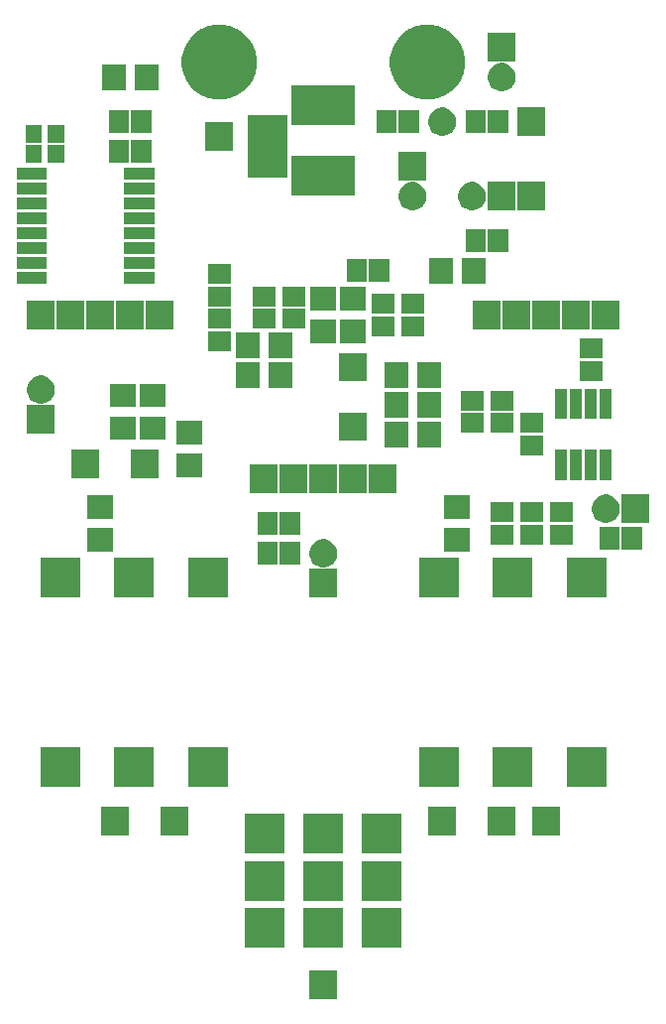
<source format=gbr>
G04 #@! TF.GenerationSoftware,KiCad,Pcbnew,5.1.6-c6e7f7d~87~ubuntu19.10.1*
G04 #@! TF.CreationDate,2021-07-29T07:02:15+06:00*
G04 #@! TF.ProjectId,deep_blue_delay_r3b,64656570-5f62-46c7-9565-5f64656c6179,3B*
G04 #@! TF.SameCoordinates,Original*
G04 #@! TF.FileFunction,Soldermask,Bot*
G04 #@! TF.FilePolarity,Negative*
%FSLAX46Y46*%
G04 Gerber Fmt 4.6, Leading zero omitted, Abs format (unit mm)*
G04 Created by KiCad (PCBNEW 5.1.6-c6e7f7d~87~ubuntu19.10.1) date 2021-07-29 07:02:15*
%MOMM*%
%LPD*%
G01*
G04 APERTURE LIST*
%ADD10C,0.100000*%
G04 APERTURE END LIST*
D10*
G36*
X106610000Y-177730000D02*
G01*
X104210000Y-177730000D01*
X104210000Y-175330000D01*
X106610000Y-175330000D01*
X106610000Y-177730000D01*
G37*
G36*
X112110000Y-173340000D02*
G01*
X108710000Y-173340000D01*
X108710000Y-169940000D01*
X112110000Y-169940000D01*
X112110000Y-173340000D01*
G37*
G36*
X107110000Y-173340000D02*
G01*
X103710000Y-173340000D01*
X103710000Y-169940000D01*
X107110000Y-169940000D01*
X107110000Y-173340000D01*
G37*
G36*
X102110000Y-173340000D02*
G01*
X98710000Y-173340000D01*
X98710000Y-169940000D01*
X102110000Y-169940000D01*
X102110000Y-173340000D01*
G37*
G36*
X102110000Y-169340000D02*
G01*
X98710000Y-169340000D01*
X98710000Y-165940000D01*
X102110000Y-165940000D01*
X102110000Y-169340000D01*
G37*
G36*
X112110000Y-169340000D02*
G01*
X108710000Y-169340000D01*
X108710000Y-165940000D01*
X112110000Y-165940000D01*
X112110000Y-169340000D01*
G37*
G36*
X107110000Y-169340000D02*
G01*
X103710000Y-169340000D01*
X103710000Y-165940000D01*
X107110000Y-165940000D01*
X107110000Y-169340000D01*
G37*
G36*
X112110000Y-165340000D02*
G01*
X108710000Y-165340000D01*
X108710000Y-161940000D01*
X112110000Y-161940000D01*
X112110000Y-165340000D01*
G37*
G36*
X102110000Y-165340000D02*
G01*
X98710000Y-165340000D01*
X98710000Y-161940000D01*
X102110000Y-161940000D01*
X102110000Y-165340000D01*
G37*
G36*
X107110000Y-165340000D02*
G01*
X103710000Y-165340000D01*
X103710000Y-161940000D01*
X107110000Y-161940000D01*
X107110000Y-165340000D01*
G37*
G36*
X121850000Y-163760000D02*
G01*
X119450000Y-163760000D01*
X119450000Y-161360000D01*
X121850000Y-161360000D01*
X121850000Y-163760000D01*
G37*
G36*
X116770000Y-163760000D02*
G01*
X114370000Y-163760000D01*
X114370000Y-161360000D01*
X116770000Y-161360000D01*
X116770000Y-163760000D01*
G37*
G36*
X88830000Y-163760000D02*
G01*
X86430000Y-163760000D01*
X86430000Y-161360000D01*
X88830000Y-161360000D01*
X88830000Y-163760000D01*
G37*
G36*
X93910000Y-163760000D02*
G01*
X91510000Y-163760000D01*
X91510000Y-161360000D01*
X93910000Y-161360000D01*
X93910000Y-163760000D01*
G37*
G36*
X125660000Y-163760000D02*
G01*
X123260000Y-163760000D01*
X123260000Y-161360000D01*
X125660000Y-161360000D01*
X125660000Y-163760000D01*
G37*
G36*
X129580000Y-159660000D02*
G01*
X126180000Y-159660000D01*
X126180000Y-156260000D01*
X129580000Y-156260000D01*
X129580000Y-159660000D01*
G37*
G36*
X97240000Y-159660000D02*
G01*
X93840000Y-159660000D01*
X93840000Y-156260000D01*
X97240000Y-156260000D01*
X97240000Y-159660000D01*
G37*
G36*
X90940000Y-159660000D02*
G01*
X87540000Y-159660000D01*
X87540000Y-156260000D01*
X90940000Y-156260000D01*
X90940000Y-159660000D01*
G37*
G36*
X84640000Y-159660000D02*
G01*
X81240000Y-159660000D01*
X81240000Y-156260000D01*
X84640000Y-156260000D01*
X84640000Y-159660000D01*
G37*
G36*
X116980000Y-159660000D02*
G01*
X113580000Y-159660000D01*
X113580000Y-156260000D01*
X116980000Y-156260000D01*
X116980000Y-159660000D01*
G37*
G36*
X123280000Y-159660000D02*
G01*
X119880000Y-159660000D01*
X119880000Y-156260000D01*
X123280000Y-156260000D01*
X123280000Y-159660000D01*
G37*
G36*
X129580000Y-143460000D02*
G01*
X126180000Y-143460000D01*
X126180000Y-140060000D01*
X129580000Y-140060000D01*
X129580000Y-143460000D01*
G37*
G36*
X123280000Y-143460000D02*
G01*
X119880000Y-143460000D01*
X119880000Y-140060000D01*
X123280000Y-140060000D01*
X123280000Y-143460000D01*
G37*
G36*
X116980000Y-143460000D02*
G01*
X113580000Y-143460000D01*
X113580000Y-140060000D01*
X116980000Y-140060000D01*
X116980000Y-143460000D01*
G37*
G36*
X90940000Y-143460000D02*
G01*
X87540000Y-143460000D01*
X87540000Y-140060000D01*
X90940000Y-140060000D01*
X90940000Y-143460000D01*
G37*
G36*
X97240000Y-143460000D02*
G01*
X93840000Y-143460000D01*
X93840000Y-140060000D01*
X97240000Y-140060000D01*
X97240000Y-143460000D01*
G37*
G36*
X84640000Y-143460000D02*
G01*
X81240000Y-143460000D01*
X81240000Y-140060000D01*
X84640000Y-140060000D01*
X84640000Y-143460000D01*
G37*
G36*
X106610000Y-143440000D02*
G01*
X104210000Y-143440000D01*
X104210000Y-141040000D01*
X106610000Y-141040000D01*
X106610000Y-143440000D01*
G37*
G36*
X105760025Y-138546115D02*
G01*
X105760028Y-138546116D01*
X105760027Y-138546116D01*
X105978413Y-138636574D01*
X106174955Y-138767899D01*
X106342101Y-138935045D01*
X106358775Y-138960000D01*
X106473427Y-139131589D01*
X106563885Y-139349975D01*
X106610000Y-139581809D01*
X106610000Y-139818191D01*
X106563885Y-140050025D01*
X106563884Y-140050027D01*
X106473426Y-140268413D01*
X106342101Y-140464955D01*
X106174955Y-140632101D01*
X105978413Y-140763426D01*
X105978412Y-140763427D01*
X105978411Y-140763427D01*
X105760025Y-140853885D01*
X105528191Y-140900000D01*
X105291809Y-140900000D01*
X105059975Y-140853885D01*
X104841589Y-140763427D01*
X104841588Y-140763427D01*
X104841587Y-140763426D01*
X104645045Y-140632101D01*
X104477899Y-140464955D01*
X104346574Y-140268413D01*
X104256116Y-140050027D01*
X104256115Y-140050025D01*
X104210000Y-139818191D01*
X104210000Y-139581809D01*
X104256115Y-139349975D01*
X104346573Y-139131589D01*
X104461225Y-138960000D01*
X104477899Y-138935045D01*
X104645045Y-138767899D01*
X104841587Y-138636574D01*
X105059973Y-138546116D01*
X105059972Y-138546116D01*
X105059975Y-138546115D01*
X105291809Y-138500000D01*
X105528191Y-138500000D01*
X105760025Y-138546115D01*
G37*
G36*
X101500000Y-140650000D02*
G01*
X99800000Y-140650000D01*
X99800000Y-138750000D01*
X101500000Y-138750000D01*
X101500000Y-140650000D01*
G37*
G36*
X103400000Y-140650000D02*
G01*
X101700000Y-140650000D01*
X101700000Y-138750000D01*
X103400000Y-138750000D01*
X103400000Y-140650000D01*
G37*
G36*
X117940000Y-139560000D02*
G01*
X115740000Y-139560000D01*
X115740000Y-137560000D01*
X117940000Y-137560000D01*
X117940000Y-139560000D01*
G37*
G36*
X87460000Y-139560000D02*
G01*
X85260000Y-139560000D01*
X85260000Y-137560000D01*
X87460000Y-137560000D01*
X87460000Y-139560000D01*
G37*
G36*
X130710000Y-139380000D02*
G01*
X129010000Y-139380000D01*
X129010000Y-137480000D01*
X130710000Y-137480000D01*
X130710000Y-139380000D01*
G37*
G36*
X132610000Y-139380000D02*
G01*
X130910000Y-139380000D01*
X130910000Y-137480000D01*
X132610000Y-137480000D01*
X132610000Y-139380000D01*
G37*
G36*
X121600000Y-138960000D02*
G01*
X119700000Y-138960000D01*
X119700000Y-137260000D01*
X121600000Y-137260000D01*
X121600000Y-138960000D01*
G37*
G36*
X126680000Y-138960000D02*
G01*
X124780000Y-138960000D01*
X124780000Y-137260000D01*
X126680000Y-137260000D01*
X126680000Y-138960000D01*
G37*
G36*
X124140000Y-138960000D02*
G01*
X122240000Y-138960000D01*
X122240000Y-137260000D01*
X124140000Y-137260000D01*
X124140000Y-138960000D01*
G37*
G36*
X103400000Y-138110000D02*
G01*
X101700000Y-138110000D01*
X101700000Y-136210000D01*
X103400000Y-136210000D01*
X103400000Y-138110000D01*
G37*
G36*
X101500000Y-138110000D02*
G01*
X99800000Y-138110000D01*
X99800000Y-136210000D01*
X101500000Y-136210000D01*
X101500000Y-138110000D01*
G37*
G36*
X133280000Y-137090000D02*
G01*
X130880000Y-137090000D01*
X130880000Y-134690000D01*
X133280000Y-134690000D01*
X133280000Y-137090000D01*
G37*
G36*
X129890025Y-134736115D02*
G01*
X130108411Y-134826573D01*
X130108413Y-134826574D01*
X130304955Y-134957899D01*
X130472101Y-135125045D01*
X130603426Y-135321587D01*
X130603427Y-135321589D01*
X130693885Y-135539975D01*
X130740000Y-135771809D01*
X130740000Y-136008191D01*
X130693885Y-136240025D01*
X130693884Y-136240027D01*
X130603426Y-136458413D01*
X130472101Y-136654955D01*
X130304955Y-136822101D01*
X130108413Y-136953426D01*
X130108412Y-136953427D01*
X130108411Y-136953427D01*
X129890025Y-137043885D01*
X129658191Y-137090000D01*
X129421809Y-137090000D01*
X129189975Y-137043885D01*
X128971589Y-136953427D01*
X128971588Y-136953427D01*
X128971587Y-136953426D01*
X128775045Y-136822101D01*
X128607899Y-136654955D01*
X128476574Y-136458413D01*
X128386116Y-136240027D01*
X128386115Y-136240025D01*
X128340000Y-136008191D01*
X128340000Y-135771809D01*
X128386115Y-135539975D01*
X128476573Y-135321589D01*
X128476574Y-135321587D01*
X128607899Y-135125045D01*
X128775045Y-134957899D01*
X128971587Y-134826574D01*
X128971589Y-134826573D01*
X129189975Y-134736115D01*
X129421809Y-134690000D01*
X129658191Y-134690000D01*
X129890025Y-134736115D01*
G37*
G36*
X121600000Y-137060000D02*
G01*
X119700000Y-137060000D01*
X119700000Y-135360000D01*
X121600000Y-135360000D01*
X121600000Y-137060000D01*
G37*
G36*
X124140000Y-137060000D02*
G01*
X122240000Y-137060000D01*
X122240000Y-135360000D01*
X124140000Y-135360000D01*
X124140000Y-137060000D01*
G37*
G36*
X126680000Y-137060000D02*
G01*
X124780000Y-137060000D01*
X124780000Y-135360000D01*
X126680000Y-135360000D01*
X126680000Y-137060000D01*
G37*
G36*
X117940000Y-136760000D02*
G01*
X115740000Y-136760000D01*
X115740000Y-134760000D01*
X117940000Y-134760000D01*
X117940000Y-136760000D01*
G37*
G36*
X87460000Y-136760000D02*
G01*
X85260000Y-136760000D01*
X85260000Y-134760000D01*
X87460000Y-134760000D01*
X87460000Y-136760000D01*
G37*
G36*
X104070000Y-134550000D02*
G01*
X101670000Y-134550000D01*
X101670000Y-132150000D01*
X104070000Y-132150000D01*
X104070000Y-134550000D01*
G37*
G36*
X101530000Y-134550000D02*
G01*
X99130000Y-134550000D01*
X99130000Y-132150000D01*
X101530000Y-132150000D01*
X101530000Y-134550000D01*
G37*
G36*
X106610000Y-134550000D02*
G01*
X104210000Y-134550000D01*
X104210000Y-132150000D01*
X106610000Y-132150000D01*
X106610000Y-134550000D01*
G37*
G36*
X109150000Y-134550000D02*
G01*
X106750000Y-134550000D01*
X106750000Y-132150000D01*
X109150000Y-132150000D01*
X109150000Y-134550000D01*
G37*
G36*
X111690000Y-134550000D02*
G01*
X109290000Y-134550000D01*
X109290000Y-132150000D01*
X111690000Y-132150000D01*
X111690000Y-134550000D01*
G37*
G36*
X130040000Y-133440000D02*
G01*
X129040000Y-133440000D01*
X129040000Y-130840000D01*
X130040000Y-130840000D01*
X130040000Y-133440000D01*
G37*
G36*
X128770000Y-133440000D02*
G01*
X127770000Y-133440000D01*
X127770000Y-130840000D01*
X128770000Y-130840000D01*
X128770000Y-133440000D01*
G37*
G36*
X127500000Y-133440000D02*
G01*
X126500000Y-133440000D01*
X126500000Y-130840000D01*
X127500000Y-130840000D01*
X127500000Y-133440000D01*
G37*
G36*
X126230000Y-133440000D02*
G01*
X125230000Y-133440000D01*
X125230000Y-130840000D01*
X126230000Y-130840000D01*
X126230000Y-133440000D01*
G37*
G36*
X86290000Y-133280000D02*
G01*
X83890000Y-133280000D01*
X83890000Y-130880000D01*
X86290000Y-130880000D01*
X86290000Y-133280000D01*
G37*
G36*
X91370000Y-133280000D02*
G01*
X88970000Y-133280000D01*
X88970000Y-130880000D01*
X91370000Y-130880000D01*
X91370000Y-133280000D01*
G37*
G36*
X95080000Y-133210000D02*
G01*
X92880000Y-133210000D01*
X92880000Y-131210000D01*
X95080000Y-131210000D01*
X95080000Y-133210000D01*
G37*
G36*
X124140000Y-131340000D02*
G01*
X122240000Y-131340000D01*
X122240000Y-129640000D01*
X124140000Y-129640000D01*
X124140000Y-131340000D01*
G37*
G36*
X115430000Y-130640000D02*
G01*
X113430000Y-130640000D01*
X113430000Y-128440000D01*
X115430000Y-128440000D01*
X115430000Y-130640000D01*
G37*
G36*
X112630000Y-130640000D02*
G01*
X110630000Y-130640000D01*
X110630000Y-128440000D01*
X112630000Y-128440000D01*
X112630000Y-130640000D01*
G37*
G36*
X95080000Y-130410000D02*
G01*
X92880000Y-130410000D01*
X92880000Y-128410000D01*
X95080000Y-128410000D01*
X95080000Y-130410000D01*
G37*
G36*
X109150000Y-130105000D02*
G01*
X106750000Y-130105000D01*
X106750000Y-127705000D01*
X109150000Y-127705000D01*
X109150000Y-130105000D01*
G37*
G36*
X89365000Y-130035000D02*
G01*
X87165000Y-130035000D01*
X87165000Y-128035000D01*
X89365000Y-128035000D01*
X89365000Y-130035000D01*
G37*
G36*
X91905000Y-130035000D02*
G01*
X89705000Y-130035000D01*
X89705000Y-128035000D01*
X91905000Y-128035000D01*
X91905000Y-130035000D01*
G37*
G36*
X82480000Y-129470000D02*
G01*
X80080000Y-129470000D01*
X80080000Y-127070000D01*
X82480000Y-127070000D01*
X82480000Y-129470000D01*
G37*
G36*
X124140000Y-129440000D02*
G01*
X122240000Y-129440000D01*
X122240000Y-127740000D01*
X124140000Y-127740000D01*
X124140000Y-129440000D01*
G37*
G36*
X121600000Y-129435000D02*
G01*
X119700000Y-129435000D01*
X119700000Y-127735000D01*
X121600000Y-127735000D01*
X121600000Y-129435000D01*
G37*
G36*
X119060000Y-129435000D02*
G01*
X117160000Y-129435000D01*
X117160000Y-127735000D01*
X119060000Y-127735000D01*
X119060000Y-129435000D01*
G37*
G36*
X128770000Y-128240000D02*
G01*
X127770000Y-128240000D01*
X127770000Y-125640000D01*
X128770000Y-125640000D01*
X128770000Y-128240000D01*
G37*
G36*
X127500000Y-128240000D02*
G01*
X126500000Y-128240000D01*
X126500000Y-125640000D01*
X127500000Y-125640000D01*
X127500000Y-128240000D01*
G37*
G36*
X130040000Y-128240000D02*
G01*
X129040000Y-128240000D01*
X129040000Y-125640000D01*
X130040000Y-125640000D01*
X130040000Y-128240000D01*
G37*
G36*
X126230000Y-128240000D02*
G01*
X125230000Y-128240000D01*
X125230000Y-125640000D01*
X126230000Y-125640000D01*
X126230000Y-128240000D01*
G37*
G36*
X115430000Y-128100000D02*
G01*
X113430000Y-128100000D01*
X113430000Y-125900000D01*
X115430000Y-125900000D01*
X115430000Y-128100000D01*
G37*
G36*
X112630000Y-128100000D02*
G01*
X110630000Y-128100000D01*
X110630000Y-125900000D01*
X112630000Y-125900000D01*
X112630000Y-128100000D01*
G37*
G36*
X121600000Y-127535000D02*
G01*
X119700000Y-127535000D01*
X119700000Y-125835000D01*
X121600000Y-125835000D01*
X121600000Y-127535000D01*
G37*
G36*
X119060000Y-127535000D02*
G01*
X117160000Y-127535000D01*
X117160000Y-125835000D01*
X119060000Y-125835000D01*
X119060000Y-127535000D01*
G37*
G36*
X89365000Y-127235000D02*
G01*
X87165000Y-127235000D01*
X87165000Y-125235000D01*
X89365000Y-125235000D01*
X89365000Y-127235000D01*
G37*
G36*
X91905000Y-127235000D02*
G01*
X89705000Y-127235000D01*
X89705000Y-125235000D01*
X91905000Y-125235000D01*
X91905000Y-127235000D01*
G37*
G36*
X81630025Y-124576115D02*
G01*
X81630028Y-124576116D01*
X81630027Y-124576116D01*
X81848413Y-124666574D01*
X82044955Y-124797899D01*
X82212101Y-124965045D01*
X82343426Y-125161587D01*
X82343427Y-125161589D01*
X82433885Y-125379975D01*
X82480000Y-125611809D01*
X82480000Y-125848191D01*
X82433885Y-126080025D01*
X82433884Y-126080027D01*
X82343426Y-126298413D01*
X82212101Y-126494955D01*
X82044955Y-126662101D01*
X81848413Y-126793426D01*
X81848412Y-126793427D01*
X81848411Y-126793427D01*
X81630025Y-126883885D01*
X81398191Y-126930000D01*
X81161809Y-126930000D01*
X80929975Y-126883885D01*
X80711589Y-126793427D01*
X80711588Y-126793427D01*
X80711587Y-126793426D01*
X80515045Y-126662101D01*
X80347899Y-126494955D01*
X80216574Y-126298413D01*
X80126116Y-126080027D01*
X80126115Y-126080025D01*
X80080000Y-125848191D01*
X80080000Y-125611809D01*
X80126115Y-125379975D01*
X80216573Y-125161589D01*
X80216574Y-125161587D01*
X80347899Y-124965045D01*
X80515045Y-124797899D01*
X80711587Y-124666574D01*
X80929973Y-124576116D01*
X80929972Y-124576116D01*
X80929975Y-124576115D01*
X81161809Y-124530000D01*
X81398191Y-124530000D01*
X81630025Y-124576115D01*
G37*
G36*
X102730000Y-125560000D02*
G01*
X100730000Y-125560000D01*
X100730000Y-123360000D01*
X102730000Y-123360000D01*
X102730000Y-125560000D01*
G37*
G36*
X99930000Y-125560000D02*
G01*
X97930000Y-125560000D01*
X97930000Y-123360000D01*
X99930000Y-123360000D01*
X99930000Y-125560000D01*
G37*
G36*
X115430000Y-125560000D02*
G01*
X113430000Y-125560000D01*
X113430000Y-123360000D01*
X115430000Y-123360000D01*
X115430000Y-125560000D01*
G37*
G36*
X112630000Y-125560000D02*
G01*
X110630000Y-125560000D01*
X110630000Y-123360000D01*
X112630000Y-123360000D01*
X112630000Y-125560000D01*
G37*
G36*
X109150000Y-125025000D02*
G01*
X106750000Y-125025000D01*
X106750000Y-122625000D01*
X109150000Y-122625000D01*
X109150000Y-125025000D01*
G37*
G36*
X129220000Y-124990000D02*
G01*
X127320000Y-124990000D01*
X127320000Y-123290000D01*
X129220000Y-123290000D01*
X129220000Y-124990000D01*
G37*
G36*
X129220000Y-123090000D02*
G01*
X127320000Y-123090000D01*
X127320000Y-121390000D01*
X129220000Y-121390000D01*
X129220000Y-123090000D01*
G37*
G36*
X102730000Y-123020000D02*
G01*
X100730000Y-123020000D01*
X100730000Y-120820000D01*
X102730000Y-120820000D01*
X102730000Y-123020000D01*
G37*
G36*
X99930000Y-123020000D02*
G01*
X97930000Y-123020000D01*
X97930000Y-120820000D01*
X99930000Y-120820000D01*
X99930000Y-123020000D01*
G37*
G36*
X97470000Y-122450000D02*
G01*
X95570000Y-122450000D01*
X95570000Y-120750000D01*
X97470000Y-120750000D01*
X97470000Y-122450000D01*
G37*
G36*
X109050000Y-121780000D02*
G01*
X106850000Y-121780000D01*
X106850000Y-119780000D01*
X109050000Y-119780000D01*
X109050000Y-121780000D01*
G37*
G36*
X106510000Y-121780000D02*
G01*
X104310000Y-121780000D01*
X104310000Y-119780000D01*
X106510000Y-119780000D01*
X106510000Y-121780000D01*
G37*
G36*
X113980000Y-121180000D02*
G01*
X112080000Y-121180000D01*
X112080000Y-119480000D01*
X113980000Y-119480000D01*
X113980000Y-121180000D01*
G37*
G36*
X111440000Y-121180000D02*
G01*
X109540000Y-121180000D01*
X109540000Y-119480000D01*
X111440000Y-119480000D01*
X111440000Y-121180000D01*
G37*
G36*
X123120000Y-120580000D02*
G01*
X120720000Y-120580000D01*
X120720000Y-118180000D01*
X123120000Y-118180000D01*
X123120000Y-120580000D01*
G37*
G36*
X90100000Y-120580000D02*
G01*
X87700000Y-120580000D01*
X87700000Y-118180000D01*
X90100000Y-118180000D01*
X90100000Y-120580000D01*
G37*
G36*
X87560000Y-120580000D02*
G01*
X85160000Y-120580000D01*
X85160000Y-118180000D01*
X87560000Y-118180000D01*
X87560000Y-120580000D01*
G37*
G36*
X85020000Y-120580000D02*
G01*
X82620000Y-120580000D01*
X82620000Y-118180000D01*
X85020000Y-118180000D01*
X85020000Y-120580000D01*
G37*
G36*
X82480000Y-120580000D02*
G01*
X80080000Y-120580000D01*
X80080000Y-118180000D01*
X82480000Y-118180000D01*
X82480000Y-120580000D01*
G37*
G36*
X120580000Y-120580000D02*
G01*
X118180000Y-120580000D01*
X118180000Y-118180000D01*
X120580000Y-118180000D01*
X120580000Y-120580000D01*
G37*
G36*
X130740000Y-120580000D02*
G01*
X128340000Y-120580000D01*
X128340000Y-118180000D01*
X130740000Y-118180000D01*
X130740000Y-120580000D01*
G37*
G36*
X128200000Y-120580000D02*
G01*
X125800000Y-120580000D01*
X125800000Y-118180000D01*
X128200000Y-118180000D01*
X128200000Y-120580000D01*
G37*
G36*
X125660000Y-120580000D02*
G01*
X123260000Y-120580000D01*
X123260000Y-118180000D01*
X125660000Y-118180000D01*
X125660000Y-120580000D01*
G37*
G36*
X92640000Y-120580000D02*
G01*
X90240000Y-120580000D01*
X90240000Y-118180000D01*
X92640000Y-118180000D01*
X92640000Y-120580000D01*
G37*
G36*
X97470000Y-120550000D02*
G01*
X95570000Y-120550000D01*
X95570000Y-118850000D01*
X97470000Y-118850000D01*
X97470000Y-120550000D01*
G37*
G36*
X103820000Y-120545000D02*
G01*
X101920000Y-120545000D01*
X101920000Y-118845000D01*
X103820000Y-118845000D01*
X103820000Y-120545000D01*
G37*
G36*
X101280000Y-120545000D02*
G01*
X99380000Y-120545000D01*
X99380000Y-118845000D01*
X101280000Y-118845000D01*
X101280000Y-120545000D01*
G37*
G36*
X111440000Y-119280000D02*
G01*
X109540000Y-119280000D01*
X109540000Y-117580000D01*
X111440000Y-117580000D01*
X111440000Y-119280000D01*
G37*
G36*
X113980000Y-119280000D02*
G01*
X112080000Y-119280000D01*
X112080000Y-117580000D01*
X113980000Y-117580000D01*
X113980000Y-119280000D01*
G37*
G36*
X109050000Y-118980000D02*
G01*
X106850000Y-118980000D01*
X106850000Y-116980000D01*
X109050000Y-116980000D01*
X109050000Y-118980000D01*
G37*
G36*
X106510000Y-118980000D02*
G01*
X104310000Y-118980000D01*
X104310000Y-116980000D01*
X106510000Y-116980000D01*
X106510000Y-118980000D01*
G37*
G36*
X103820000Y-118645000D02*
G01*
X101920000Y-118645000D01*
X101920000Y-116945000D01*
X103820000Y-116945000D01*
X103820000Y-118645000D01*
G37*
G36*
X101280000Y-118645000D02*
G01*
X99380000Y-118645000D01*
X99380000Y-116945000D01*
X101280000Y-116945000D01*
X101280000Y-118645000D01*
G37*
G36*
X97470000Y-118640000D02*
G01*
X95570000Y-118640000D01*
X95570000Y-116940000D01*
X97470000Y-116940000D01*
X97470000Y-118640000D01*
G37*
G36*
X97470000Y-116740000D02*
G01*
X95570000Y-116740000D01*
X95570000Y-115040000D01*
X97470000Y-115040000D01*
X97470000Y-116740000D01*
G37*
G36*
X90990000Y-116705000D02*
G01*
X88390000Y-116705000D01*
X88390000Y-115705000D01*
X90990000Y-115705000D01*
X90990000Y-116705000D01*
G37*
G36*
X81790000Y-116705000D02*
G01*
X79190000Y-116705000D01*
X79190000Y-115705000D01*
X81790000Y-115705000D01*
X81790000Y-116705000D01*
G37*
G36*
X119240000Y-116670000D02*
G01*
X117240000Y-116670000D01*
X117240000Y-114470000D01*
X119240000Y-114470000D01*
X119240000Y-116670000D01*
G37*
G36*
X116440000Y-116670000D02*
G01*
X114440000Y-116670000D01*
X114440000Y-114470000D01*
X116440000Y-114470000D01*
X116440000Y-116670000D01*
G37*
G36*
X109120000Y-116520000D02*
G01*
X107420000Y-116520000D01*
X107420000Y-114620000D01*
X109120000Y-114620000D01*
X109120000Y-116520000D01*
G37*
G36*
X111020000Y-116520000D02*
G01*
X109320000Y-116520000D01*
X109320000Y-114620000D01*
X111020000Y-114620000D01*
X111020000Y-116520000D01*
G37*
G36*
X90990000Y-115435000D02*
G01*
X88390000Y-115435000D01*
X88390000Y-114435000D01*
X90990000Y-114435000D01*
X90990000Y-115435000D01*
G37*
G36*
X81790000Y-115435000D02*
G01*
X79190000Y-115435000D01*
X79190000Y-114435000D01*
X81790000Y-114435000D01*
X81790000Y-115435000D01*
G37*
G36*
X81790000Y-114165000D02*
G01*
X79190000Y-114165000D01*
X79190000Y-113165000D01*
X81790000Y-113165000D01*
X81790000Y-114165000D01*
G37*
G36*
X90990000Y-114165000D02*
G01*
X88390000Y-114165000D01*
X88390000Y-113165000D01*
X90990000Y-113165000D01*
X90990000Y-114165000D01*
G37*
G36*
X119280000Y-113980000D02*
G01*
X117580000Y-113980000D01*
X117580000Y-112080000D01*
X119280000Y-112080000D01*
X119280000Y-113980000D01*
G37*
G36*
X121180000Y-113980000D02*
G01*
X119480000Y-113980000D01*
X119480000Y-112080000D01*
X121180000Y-112080000D01*
X121180000Y-113980000D01*
G37*
G36*
X81790000Y-112895000D02*
G01*
X79190000Y-112895000D01*
X79190000Y-111895000D01*
X81790000Y-111895000D01*
X81790000Y-112895000D01*
G37*
G36*
X90990000Y-112895000D02*
G01*
X88390000Y-112895000D01*
X88390000Y-111895000D01*
X90990000Y-111895000D01*
X90990000Y-112895000D01*
G37*
G36*
X81790000Y-111625000D02*
G01*
X79190000Y-111625000D01*
X79190000Y-110625000D01*
X81790000Y-110625000D01*
X81790000Y-111625000D01*
G37*
G36*
X90990000Y-111625000D02*
G01*
X88390000Y-111625000D01*
X88390000Y-110625000D01*
X90990000Y-110625000D01*
X90990000Y-111625000D01*
G37*
G36*
X121850000Y-110420000D02*
G01*
X119450000Y-110420000D01*
X119450000Y-108020000D01*
X121850000Y-108020000D01*
X121850000Y-110420000D01*
G37*
G36*
X124390000Y-110420000D02*
G01*
X121990000Y-110420000D01*
X121990000Y-108020000D01*
X124390000Y-108020000D01*
X124390000Y-110420000D01*
G37*
G36*
X118460025Y-108066115D02*
G01*
X118678411Y-108156573D01*
X118678413Y-108156574D01*
X118874955Y-108287899D01*
X119042101Y-108455045D01*
X119173426Y-108651587D01*
X119173427Y-108651589D01*
X119263885Y-108869975D01*
X119310000Y-109101809D01*
X119310000Y-109338191D01*
X119263885Y-109570025D01*
X119263884Y-109570027D01*
X119173426Y-109788413D01*
X119042101Y-109984955D01*
X118874955Y-110152101D01*
X118678413Y-110283426D01*
X118678412Y-110283427D01*
X118678411Y-110283427D01*
X118460025Y-110373885D01*
X118228191Y-110420000D01*
X117991809Y-110420000D01*
X117759975Y-110373885D01*
X117541589Y-110283427D01*
X117541588Y-110283427D01*
X117541587Y-110283426D01*
X117345045Y-110152101D01*
X117177899Y-109984955D01*
X117046574Y-109788413D01*
X116956116Y-109570027D01*
X116956115Y-109570025D01*
X116910000Y-109338191D01*
X116910000Y-109101809D01*
X116956115Y-108869975D01*
X117046573Y-108651589D01*
X117046574Y-108651587D01*
X117177899Y-108455045D01*
X117345045Y-108287899D01*
X117541587Y-108156574D01*
X117541589Y-108156573D01*
X117759975Y-108066115D01*
X117991809Y-108020000D01*
X118228191Y-108020000D01*
X118460025Y-108066115D01*
G37*
G36*
X113380025Y-108066115D02*
G01*
X113598411Y-108156573D01*
X113598413Y-108156574D01*
X113794955Y-108287899D01*
X113962101Y-108455045D01*
X114093426Y-108651587D01*
X114093427Y-108651589D01*
X114183885Y-108869975D01*
X114230000Y-109101809D01*
X114230000Y-109338191D01*
X114183885Y-109570025D01*
X114183884Y-109570027D01*
X114093426Y-109788413D01*
X113962101Y-109984955D01*
X113794955Y-110152101D01*
X113598413Y-110283426D01*
X113598412Y-110283427D01*
X113598411Y-110283427D01*
X113380025Y-110373885D01*
X113148191Y-110420000D01*
X112911809Y-110420000D01*
X112679975Y-110373885D01*
X112461589Y-110283427D01*
X112461588Y-110283427D01*
X112461587Y-110283426D01*
X112265045Y-110152101D01*
X112097899Y-109984955D01*
X111966574Y-109788413D01*
X111876116Y-109570027D01*
X111876115Y-109570025D01*
X111830000Y-109338191D01*
X111830000Y-109101809D01*
X111876115Y-108869975D01*
X111966573Y-108651589D01*
X111966574Y-108651587D01*
X112097899Y-108455045D01*
X112265045Y-108287899D01*
X112461587Y-108156574D01*
X112461589Y-108156573D01*
X112679975Y-108066115D01*
X112911809Y-108020000D01*
X113148191Y-108020000D01*
X113380025Y-108066115D01*
G37*
G36*
X81790000Y-110355000D02*
G01*
X79190000Y-110355000D01*
X79190000Y-109355000D01*
X81790000Y-109355000D01*
X81790000Y-110355000D01*
G37*
G36*
X90990000Y-110355000D02*
G01*
X88390000Y-110355000D01*
X88390000Y-109355000D01*
X90990000Y-109355000D01*
X90990000Y-110355000D01*
G37*
G36*
X108110000Y-109180000D02*
G01*
X102710000Y-109180000D01*
X102710000Y-105780000D01*
X108110000Y-105780000D01*
X108110000Y-109180000D01*
G37*
G36*
X90990000Y-109085000D02*
G01*
X88390000Y-109085000D01*
X88390000Y-108085000D01*
X90990000Y-108085000D01*
X90990000Y-109085000D01*
G37*
G36*
X81790000Y-109085000D02*
G01*
X79190000Y-109085000D01*
X79190000Y-108085000D01*
X81790000Y-108085000D01*
X81790000Y-109085000D01*
G37*
G36*
X114230000Y-107880000D02*
G01*
X111830000Y-107880000D01*
X111830000Y-105480000D01*
X114230000Y-105480000D01*
X114230000Y-107880000D01*
G37*
G36*
X90990000Y-107815000D02*
G01*
X88390000Y-107815000D01*
X88390000Y-106815000D01*
X90990000Y-106815000D01*
X90990000Y-107815000D01*
G37*
G36*
X81790000Y-107815000D02*
G01*
X79190000Y-107815000D01*
X79190000Y-106815000D01*
X81790000Y-106815000D01*
X81790000Y-107815000D01*
G37*
G36*
X102310000Y-107680000D02*
G01*
X98910000Y-107680000D01*
X98910000Y-102280000D01*
X102310000Y-102280000D01*
X102310000Y-107680000D01*
G37*
G36*
X83250000Y-106375000D02*
G01*
X81850000Y-106375000D01*
X81850000Y-104875000D01*
X83250000Y-104875000D01*
X83250000Y-106375000D01*
G37*
G36*
X81345000Y-106375000D02*
G01*
X79945000Y-106375000D01*
X79945000Y-104875000D01*
X81345000Y-104875000D01*
X81345000Y-106375000D01*
G37*
G36*
X88800000Y-106360000D02*
G01*
X87100000Y-106360000D01*
X87100000Y-104460000D01*
X88800000Y-104460000D01*
X88800000Y-106360000D01*
G37*
G36*
X90700000Y-106360000D02*
G01*
X89000000Y-106360000D01*
X89000000Y-104460000D01*
X90700000Y-104460000D01*
X90700000Y-106360000D01*
G37*
G36*
X97720000Y-105340000D02*
G01*
X95320000Y-105340000D01*
X95320000Y-102940000D01*
X97720000Y-102940000D01*
X97720000Y-105340000D01*
G37*
G36*
X81345000Y-104675000D02*
G01*
X79945000Y-104675000D01*
X79945000Y-103175000D01*
X81345000Y-103175000D01*
X81345000Y-104675000D01*
G37*
G36*
X83250000Y-104675000D02*
G01*
X81850000Y-104675000D01*
X81850000Y-103175000D01*
X83250000Y-103175000D01*
X83250000Y-104675000D01*
G37*
G36*
X124390000Y-104070000D02*
G01*
X121990000Y-104070000D01*
X121990000Y-101670000D01*
X124390000Y-101670000D01*
X124390000Y-104070000D01*
G37*
G36*
X115920025Y-101716115D02*
G01*
X115920028Y-101716116D01*
X115920027Y-101716116D01*
X116138413Y-101806574D01*
X116334955Y-101937899D01*
X116502101Y-102105045D01*
X116619002Y-102280000D01*
X116633427Y-102301589D01*
X116723885Y-102519975D01*
X116770000Y-102751809D01*
X116770000Y-102988191D01*
X116723885Y-103220025D01*
X116723884Y-103220027D01*
X116633426Y-103438413D01*
X116502101Y-103634955D01*
X116334955Y-103802101D01*
X116138413Y-103933426D01*
X116138412Y-103933427D01*
X116138411Y-103933427D01*
X115920025Y-104023885D01*
X115688191Y-104070000D01*
X115451809Y-104070000D01*
X115219975Y-104023885D01*
X115001589Y-103933427D01*
X115001588Y-103933427D01*
X115001587Y-103933426D01*
X114805045Y-103802101D01*
X114637899Y-103634955D01*
X114506574Y-103438413D01*
X114416116Y-103220027D01*
X114416115Y-103220025D01*
X114370000Y-102988191D01*
X114370000Y-102751809D01*
X114416115Y-102519975D01*
X114506573Y-102301589D01*
X114520998Y-102280000D01*
X114637899Y-102105045D01*
X114805045Y-101937899D01*
X115001587Y-101806574D01*
X115219973Y-101716116D01*
X115219972Y-101716116D01*
X115219975Y-101716115D01*
X115451809Y-101670000D01*
X115688191Y-101670000D01*
X115920025Y-101716115D01*
G37*
G36*
X88800000Y-103820000D02*
G01*
X87100000Y-103820000D01*
X87100000Y-101920000D01*
X88800000Y-101920000D01*
X88800000Y-103820000D01*
G37*
G36*
X113560000Y-103820000D02*
G01*
X111860000Y-103820000D01*
X111860000Y-101920000D01*
X113560000Y-101920000D01*
X113560000Y-103820000D01*
G37*
G36*
X119280000Y-103820000D02*
G01*
X117580000Y-103820000D01*
X117580000Y-101920000D01*
X119280000Y-101920000D01*
X119280000Y-103820000D01*
G37*
G36*
X121180000Y-103820000D02*
G01*
X119480000Y-103820000D01*
X119480000Y-101920000D01*
X121180000Y-101920000D01*
X121180000Y-103820000D01*
G37*
G36*
X111660000Y-103820000D02*
G01*
X109960000Y-103820000D01*
X109960000Y-101920000D01*
X111660000Y-101920000D01*
X111660000Y-103820000D01*
G37*
G36*
X90700000Y-103820000D02*
G01*
X89000000Y-103820000D01*
X89000000Y-101920000D01*
X90700000Y-101920000D01*
X90700000Y-103820000D01*
G37*
G36*
X108110000Y-103180000D02*
G01*
X102710000Y-103180000D01*
X102710000Y-99780000D01*
X108110000Y-99780000D01*
X108110000Y-103180000D01*
G37*
G36*
X115233404Y-94712974D02*
G01*
X115574545Y-94854279D01*
X115815768Y-94954197D01*
X116339881Y-95304398D01*
X116785602Y-95750119D01*
X117135803Y-96274232D01*
X117135803Y-96274233D01*
X117377026Y-96856596D01*
X117500000Y-97474826D01*
X117500000Y-98105174D01*
X117377026Y-98723404D01*
X117286559Y-98941810D01*
X117135803Y-99305768D01*
X116785602Y-99829881D01*
X116339881Y-100275602D01*
X115815768Y-100625803D01*
X115574545Y-100725721D01*
X115233404Y-100867026D01*
X114615174Y-100990000D01*
X113984826Y-100990000D01*
X113366596Y-100867026D01*
X113025455Y-100725721D01*
X112784232Y-100625803D01*
X112260119Y-100275602D01*
X111814398Y-99829881D01*
X111464197Y-99305768D01*
X111313441Y-98941810D01*
X111222974Y-98723404D01*
X111100000Y-98105174D01*
X111100000Y-97474826D01*
X111222974Y-96856596D01*
X111464197Y-96274233D01*
X111464197Y-96274232D01*
X111814398Y-95750119D01*
X112260119Y-95304398D01*
X112784232Y-94954197D01*
X113025455Y-94854279D01*
X113366596Y-94712974D01*
X113984826Y-94590000D01*
X114615174Y-94590000D01*
X115233404Y-94712974D01*
G37*
G36*
X97453404Y-94712974D02*
G01*
X97794545Y-94854279D01*
X98035768Y-94954197D01*
X98559881Y-95304398D01*
X99005602Y-95750119D01*
X99355803Y-96274232D01*
X99355803Y-96274233D01*
X99597026Y-96856596D01*
X99720000Y-97474826D01*
X99720000Y-98105174D01*
X99597026Y-98723404D01*
X99506559Y-98941810D01*
X99355803Y-99305768D01*
X99005602Y-99829881D01*
X98559881Y-100275602D01*
X98035768Y-100625803D01*
X97794545Y-100725721D01*
X97453404Y-100867026D01*
X96835174Y-100990000D01*
X96204826Y-100990000D01*
X95586596Y-100867026D01*
X95245455Y-100725721D01*
X95004232Y-100625803D01*
X94480119Y-100275602D01*
X94034398Y-99829881D01*
X93684197Y-99305768D01*
X93533441Y-98941810D01*
X93442974Y-98723404D01*
X93320000Y-98105174D01*
X93320000Y-97474826D01*
X93442974Y-96856596D01*
X93684197Y-96274233D01*
X93684197Y-96274232D01*
X94034398Y-95750119D01*
X94480119Y-95304398D01*
X95004232Y-94954197D01*
X95245455Y-94854279D01*
X95586596Y-94712974D01*
X96204826Y-94590000D01*
X96835174Y-94590000D01*
X97453404Y-94712974D01*
G37*
G36*
X121000025Y-97906115D02*
G01*
X121218411Y-97996573D01*
X121218413Y-97996574D01*
X121414955Y-98127899D01*
X121582101Y-98295045D01*
X121713426Y-98491587D01*
X121713427Y-98491589D01*
X121803885Y-98709975D01*
X121850000Y-98941809D01*
X121850000Y-99178191D01*
X121803885Y-99410025D01*
X121803884Y-99410027D01*
X121713426Y-99628413D01*
X121582101Y-99824955D01*
X121414955Y-99992101D01*
X121218413Y-100123426D01*
X121218412Y-100123427D01*
X121218411Y-100123427D01*
X121000025Y-100213885D01*
X120768191Y-100260000D01*
X120531809Y-100260000D01*
X120299975Y-100213885D01*
X120081589Y-100123427D01*
X120081588Y-100123427D01*
X120081587Y-100123426D01*
X119885045Y-99992101D01*
X119717899Y-99824955D01*
X119586574Y-99628413D01*
X119496116Y-99410027D01*
X119496115Y-99410025D01*
X119450000Y-99178191D01*
X119450000Y-98941809D01*
X119496115Y-98709975D01*
X119586573Y-98491589D01*
X119586574Y-98491587D01*
X119717899Y-98295045D01*
X119885045Y-98127899D01*
X120081587Y-97996574D01*
X120081589Y-97996573D01*
X120299975Y-97906115D01*
X120531809Y-97860000D01*
X120768191Y-97860000D01*
X121000025Y-97906115D01*
G37*
G36*
X91300000Y-100160000D02*
G01*
X89300000Y-100160000D01*
X89300000Y-97960000D01*
X91300000Y-97960000D01*
X91300000Y-100160000D01*
G37*
G36*
X88500000Y-100160000D02*
G01*
X86500000Y-100160000D01*
X86500000Y-97960000D01*
X88500000Y-97960000D01*
X88500000Y-100160000D01*
G37*
G36*
X121850000Y-97720000D02*
G01*
X119450000Y-97720000D01*
X119450000Y-95320000D01*
X121850000Y-95320000D01*
X121850000Y-97720000D01*
G37*
M02*

</source>
